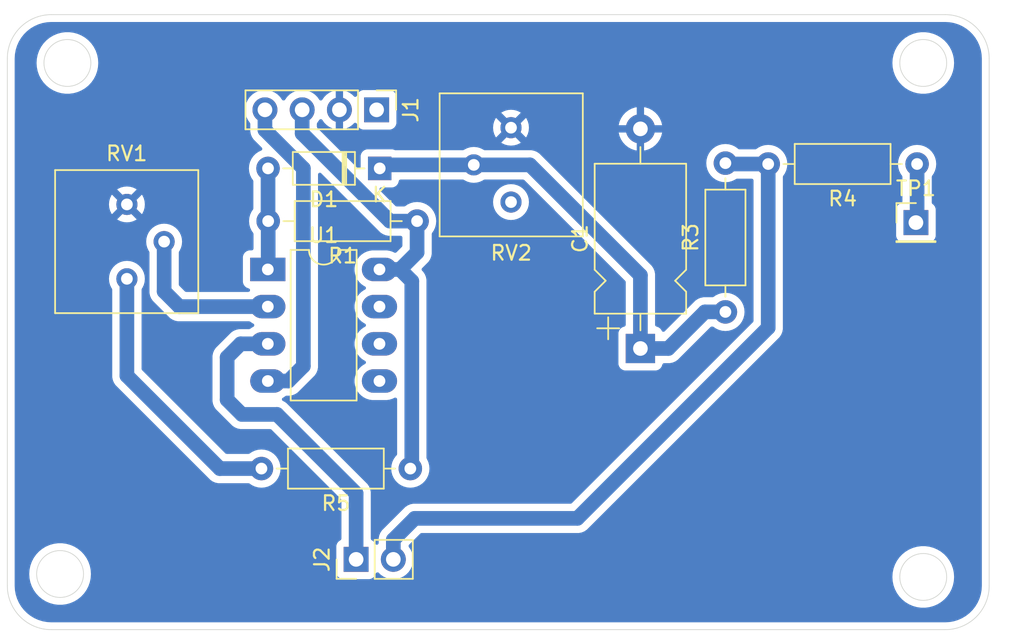
<source format=kicad_pcb>
(kicad_pcb (version 20240108) (generator "pcbnew") (generator_version "8.0")
  (layers (0 "F.Cu" signal) (31 "B.Cu" signal) (34 "B.Paste" user) (35 "F.Paste" user) (36 "B.SilkS" user "B.Silkscreen") (37 "F.SilkS" user "F.Silkscreen") (38 "B.Mask" user) (39 "F.Mask" user) (44 "Edge.Cuts" user))
  (net 0 "")
  (net 1 "Net-(D1-K)")
  (net 2 "Net-(D1-A)")
  (net 3 "+12V")
  (net 4 "GND")
  (net 5 "-12V")
  (net 6 "Net-(R4-Pad1)")
  (net 8 "Squelch_Activate")
  (net 9 "Signal_IN")
  (net 10 "Net-(R5-Pad2)")
  (net 12 "Net-(U1A--)")
  (footprint "Resistor_THT:R_Axial_DIN0207_L6.3mm_D2.5mm_P10.16mm_Horizontal" (layer "F.Cu") (at 67.6 51 180)
    (property "Reference" "R5" (at 5.08 -2.37 180) (layer "F.SilkS"))
    (property "Value" "100k")
    (fp_line (start 9.12 0) (end 8.35 0) (stroke (width 0.12)) (layer "F.SilkS"))
    (fp_line (start 8.35 1.37) (end 8.35 -1.37) (stroke (width 0.12)) (layer "F.SilkS"))
    (fp_line (start 8.35 -1.37) (end 1.81 -1.37) (stroke (width 0.12)) (layer "F.SilkS"))
    (fp_line (start 1.81 1.37) (end 8.35 1.37) (stroke (width 0.12)) (layer "F.SilkS"))
    (fp_line (start 1.81 -1.37) (end 1.81 1.37) (stroke (width 0.12)) (layer "F.SilkS"))
    (fp_line (start 1.04 0) (end 1.81 0) (stroke (width 0.12)) (layer "F.SilkS"))
    (pad "1" thru_hole circle (at 0 0 180) (size 1.6 1.6) (drill 0.8) (layers "*.Cu" "*.Mask") (net 3 "+12V"))
    (pad "2" thru_hole oval (at 10.16 0 180) (size 1.6 1.6) (drill 0.8) (layers "*.Cu" "*.Mask") (net 10 "Net-(R5-Pad2)"))
  )
  (footprint "Potentiometer_THT:Potentiometer_Bourns_3386P_Vertical" (layer "F.Cu") (at 74.47 27.72 180)
    (property "Reference" "RV2" (at -0.015 -8.555 180) (layer "F.SilkS"))
    (property "Value" "R_Potentiometer")
    (fp_line (start 4.87 -7.425) (end 4.87 2.345) (stroke (width 0.12)) (layer "F.SilkS"))
    (fp_line (start -4.9 2.345) (end 4.87 2.345) (stroke (width 0.12)) (layer "F.SilkS"))
    (fp_line (start -4.9 -7.425) (end 4.87 -7.425) (stroke (width 0.12)) (layer "F.SilkS"))
    (fp_line (start -4.9 -7.425) (end -4.9 2.345) (stroke (width 0.12)) (layer "F.SilkS"))
    (pad "1" thru_hole circle (at 0 0 180) (size 1.44 1.44) (drill 0.8) (layers "*.Cu" "*.Mask") (net 4 "GND"))
    (pad "2" thru_hole circle (at 2.54 -2.54 180) (size 1.44 1.44) (drill 0.8) (layers "*.Cu" "*.Mask") (net 1 "Net-(D1-K)"))
    (pad "3" thru_hole circle (at 0 -5.08 180) (size 1.44 1.44) (drill 0.8) (layers "*.Cu" "*.Mask"))
  )
  (footprint "Resistor_THT:R_Axial_DIN0207_L6.3mm_D2.5mm_P10.16mm_Horizontal" (layer "F.Cu") (at 102.18 30.2 180)
    (property "Reference" "R4" (at 5.08 -2.37 180) (layer "F.SilkS"))
    (property "Value" "100")
    (fp_line (start 9.12 0) (end 8.35 0) (stroke (width 0.12)) (layer "F.SilkS"))
    (fp_line (start 8.35 1.37) (end 8.35 -1.37) (stroke (width 0.12)) (layer "F.SilkS"))
    (fp_line (start 8.35 -1.37) (end 1.81 -1.37) (stroke (width 0.12)) (layer "F.SilkS"))
    (fp_line (start 1.81 1.37) (end 8.35 1.37) (stroke (width 0.12)) (layer "F.SilkS"))
    (fp_line (start 1.81 -1.37) (end 1.81 1.37) (stroke (width 0.12)) (layer "F.SilkS"))
    (fp_line (start 1.04 0) (end 1.81 0) (stroke (width 0.12)) (layer "F.SilkS"))
    (pad "1" thru_hole circle (at 0 0 180) (size 1.6 1.6) (drill 0.8) (layers "*.Cu" "*.Mask") (net 6 "Net-(R4-Pad1)"))
    (pad "2" thru_hole oval (at 10.16 0 180) (size 1.6 1.6) (drill 0.8) (layers "*.Cu" "*.Mask") (net 8 "Squelch_Activate"))
  )
  (footprint "Resistor_THT:R_Axial_DIN0207_L6.3mm_D2.5mm_P10.16mm_Horizontal" (layer "F.Cu") (at 68.06 34.1 180)
    (property "Reference" "R1" (at 5.08 -2.37 180) (layer "F.SilkS"))
    (property "Value" "1k")
    (fp_line (start 9.12 0) (end 8.35 0) (stroke (width 0.12)) (layer "F.SilkS"))
    (fp_line (start 8.35 1.37) (end 8.35 -1.37) (stroke (width 0.12)) (layer "F.SilkS"))
    (fp_line (start 8.35 -1.37) (end 1.81 -1.37) (stroke (width 0.12)) (layer "F.SilkS"))
    (fp_line (start 1.81 1.37) (end 8.35 1.37) (stroke (width 0.12)) (layer "F.SilkS"))
    (fp_line (start 1.81 -1.37) (end 1.81 1.37) (stroke (width 0.12)) (layer "F.SilkS"))
    (fp_line (start 1.04 0) (end 1.81 0) (stroke (width 0.12)) (layer "F.SilkS"))
    (pad "1" thru_hole circle (at 0 0 180) (size 1.6 1.6) (drill 0.8) (layers "*.Cu" "*.Mask") (net 3 "+12V"))
    (pad "2" thru_hole oval (at 10.16 0 180) (size 1.6 1.6) (drill 0.8) (layers "*.Cu" "*.Mask") (net 2 "Net-(D1-A)"))
  )
  (footprint "Potentiometer_THT:Potentiometer_Bourns_3386P_Vertical" (layer "F.Cu") (at 48.26 38.04)
    (property "Reference" "RV1" (at -0.015 -8.555 0) (layer "F.SilkS"))
    (property "Value" "R_Potentiometer")
    (fp_line (start -4.9 -7.425) (end -4.9 2.345) (stroke (width 0.12)) (layer "F.SilkS"))
    (fp_line (start -4.9 -7.425) (end 4.87 -7.425) (stroke (width 0.12)) (layer "F.SilkS"))
    (fp_line (start -4.9 2.345) (end 4.87 2.345) (stroke (width 0.12)) (layer "F.SilkS"))
    (fp_line (start 4.87 -7.425) (end 4.87 2.345) (stroke (width 0.12)) (layer "F.SilkS"))
    (pad "1" thru_hole circle (at 0 0) (size 1.44 1.44) (drill 0.8) (layers "*.Cu" "*.Mask") (net 10 "Net-(R5-Pad2)"))
    (pad "2" thru_hole circle (at 2.54 -2.54) (size 1.44 1.44) (drill 0.8) (layers "*.Cu" "*.Mask") (net 12 "Net-(U1A--)"))
    (pad "3" thru_hole circle (at 0 -5.08) (size 1.44 1.44) (drill 0.8) (layers "*.Cu" "*.Mask") (net 4 "GND"))
  )
  (footprint "Connector_PinHeader_2.54mm:PinHeader_1x04_P2.54mm_Vertical" (layer "F.Cu") (at 65.3 26.5 -90)
    (property "Reference" "J1" (at 0 -2.33 90) (layer "F.SilkS"))
    (property "Value" "Conn_01x04")
    (fp_line (start -1.33 8.95) (end 1.33 8.95) (stroke (width 0.12)) (layer "F.SilkS"))
    (fp_line (start -1.33 1.27) (end -1.33 8.95) (stroke (width 0.12)) (layer "F.SilkS"))
    (fp_line (start -1.33 1.27) (end 1.33 1.27) (stroke (width 0.12)) (layer "F.SilkS"))
    (fp_line (start 1.33 1.27) (end 1.33 8.95) (stroke (width 0.12)) (layer "F.SilkS"))
    (fp_line (start -1.33 0) (end -1.33 -1.33) (stroke (width 0.12)) (layer "F.SilkS"))
    (fp_line (start -1.33 -1.33) (end 0 -1.33) (stroke (width 0.12)) (layer "F.SilkS"))
    (pad "1" thru_hole rect (at 0 0 270) (size 1.7 1.7) (drill 1) (layers "*.Cu" "*.Mask"))
    (pad "2" thru_hole oval (at 0 2.54 270) (size 1.7 1.7) (drill 1) (layers "*.Cu" "*.Mask") (net 4 "GND"))
    (pad "3" thru_hole oval (at 0 5.08 270) (size 1.7 1.7) (drill 1) (layers "*.Cu" "*.Mask") (net 3 "+12V"))
    (pad "4" thru_hole oval (at 0 7.62 270) (size 1.7 1.7) (drill 1) (layers "*.Cu" "*.Mask") (net 5 "-12V"))
  )
  (footprint "Capacitor_THT:CP_Axial_L10.0mm_D6.0mm_P15.00mm_Horizontal" (layer "F.Cu") (at 83.3 42.8 90)
    (property "Reference" "C1" (at 7.5 -4.12 270) (layer "F.SilkS"))
    (property "Value" "10u")
    (fp_line (start 12.62 -3.12) (end 12.62 3.12) (stroke (width 0.12)) (layer "F.SilkS"))
    (fp_line (start 5.38 -3.12) (end 12.62 -3.12) (stroke (width 0.12)) (layer "F.SilkS"))
    (fp_line (start 3.88 -3.12) (end 4.63 -2.37) (stroke (width 0.12)) (layer "F.SilkS"))
    (fp_line (start 2.38 -3.12) (end 3.88 -3.12) (stroke (width 0.12)) (layer "F.SilkS"))
    (fp_line (start 2.38 -3.12) (end 2.38 3.12) (stroke (width 0.12)) (layer "F.SilkS"))
    (fp_line (start 1.38 -2.95) (end 1.38 -1.45) (stroke (width 0.12)) (layer "F.SilkS"))
    (fp_line (start 4.63 -2.37) (end 5.38 -3.12) (stroke (width 0.12)) (layer "F.SilkS"))
    (fp_line (start 0.63 -2.2) (end 2.13 -2.2) (stroke (width 0.12)) (layer "F.SilkS"))
    (fp_line (start 13.76 0) (end 12.62 0) (stroke (width 0.12)) (layer "F.SilkS"))
    (fp_line (start 1.24 0) (end 2.38 0) (stroke (width 0.12)) (layer "F.SilkS"))
    (fp_line (start 4.63 2.37) (end 5.38 3.12) (stroke (width 0.12)) (layer "F.SilkS"))
    (fp_line (start 5.38 3.12) (end 12.62 3.12) (stroke (width 0.12)) (layer "F.SilkS"))
    (fp_line (start 3.88 3.12) (end 4.63 2.37) (stroke (width 0.12)) (layer "F.SilkS"))
    (fp_line (start 2.38 3.12) (end 3.88 3.12) (stroke (width 0.12)) (layer "F.SilkS"))
    (pad "1" thru_hole rect (at 0 0 90) (size 2 2) (drill 1) (layers "*.Cu" "*.Mask") (net 1 "Net-(D1-K)"))
    (pad "2" thru_hole oval (at 15 0 90) (size 2 2) (drill 1) (layers "*.Cu" "*.Mask") (net 4 "GND"))
  )
  (footprint "Connector_PinHeader_2.54mm:PinHeader_1x01_P2.54mm_Vertical" (layer "F.Cu") (at 102.1 34.2)
    (property "Reference" "TP1" (at 0 -2.33 0) (layer "F.SilkS"))
    (property "Value" "Bypass")
    (fp_line (start -1.33 -1.33) (end 0 -1.33) (stroke (width 0.12)) (layer "F.SilkS"))
    (fp_line (start -1.33 0) (end -1.33 -1.33) (stroke (width 0.12)) (layer "F.SilkS"))
    (fp_line (start -1.33 1.27) (end -1.33 1.33) (stroke (width 0.12)) (layer "F.SilkS"))
    (fp_line (start -1.33 1.27) (end 1.33 1.27) (stroke (width 0.12)) (layer "F.SilkS"))
    (fp_line (start -1.33 1.33) (end 1.33 1.33) (stroke (width 0.12)) (layer "F.SilkS"))
    (fp_line (start 1.33 1.27) (end 1.33 1.33) (stroke (width 0.12)) (layer "F.SilkS"))
    (pad "1" thru_hole rect (at 0 0) (size 1.7 1.7) (drill 1) (layers "*.Cu" "*.Mask") (net 6 "Net-(R4-Pad1)"))
  )
  (footprint "Package_DIP:DIP-8_W7.62mm_LongPads" (layer "F.Cu") (at 57.875 37.4)
    (property "Reference" "U1" (at 3.81 -2.33 0) (layer "F.SilkS"))
    (property "Value" "TL072")
    (fp_line (start 1.56 -1.33) (end 1.56 8.95) (stroke (width 0.12)) (layer "F.SilkS"))
    (fp_line (start 1.56 8.95) (end 6.06 8.95) (stroke (width 0.12)) (layer "F.SilkS"))
    (fp_line (start 2.81 -1.33) (end 1.56 -1.33) (stroke (width 0.12)) (layer "F.SilkS"))
    (fp_line (start 6.06 -1.33) (end 4.81 -1.33) (stroke (width 0.12)) (layer "F.SilkS"))
    (fp_line (start 6.06 8.95) (end 6.06 -1.33) (stroke (width 0.12)) (layer "F.SilkS"))
    (fp_arc (start 4.81 -1.33) (mid 3.81 -0.33) (end 2.81 -1.33) (stroke (width 0.12)) (layer "F.SilkS"))
    (pad "1" thru_hole rect (at 0 0) (size 2.4 1.6) (drill 0.8) (layers "*.Cu" "*.Mask") (net 2 "Net-(D1-A)"))
    (pad "2" thru_hole oval (at 0 2.54) (size 2.4 1.6) (drill 0.8) (layers "*.Cu" "*.Mask") (net 12 "Net-(U1A--)"))
    (pad "3" thru_hole oval (at 0 5.08) (size 2.4 1.6) (drill 0.8) (layers "*.Cu" "*.Mask") (net 9 "Signal_IN"))
    (pad "4" thru_hole oval (at 0 7.62) (size 2.4 1.6) (drill 0.8) (layers "*.Cu" "*.Mask") (net 5 "-12V"))
    (pad "5" thru_hole oval (at 7.62 7.62) (size 2.4 1.6) (drill 0.8) (layers "*.Cu" "*.Mask"))
    (pad "6" thru_hole oval (at 7.62 5.08) (size 2.4 1.6) (drill 0.8) (layers "*.Cu" "*.Mask"))
    (pad "7" thru_hole oval (at 7.62 2.54) (size 2.4 1.6) (drill 0.8) (layers "*.Cu" "*.Mask"))
    (pad "8" thru_hole oval (at 7.62 0) (size 2.4 1.6) (drill 0.8) (layers "*.Cu" "*.Mask") (net 3 "+12V"))
  )
  (footprint "Diode_THT:D_DO-35_SOD27_P7.62mm_Horizontal" (layer "F.Cu") (at 65.51 30.5 180)
    (property "Reference" "D1" (at 3.81 -2.12 180) (layer "F.SilkS"))
    (property "Value" "1N4148")
    (fp_line (start 6.58 0) (end 5.93 0) (stroke (width 0.12)) (layer "F.SilkS"))
    (fp_line (start 5.93 1.12) (end 5.93 -1.12) (stroke (width 0.12)) (layer "F.SilkS"))
    (fp_line (start 5.93 -1.12) (end 1.69 -1.12) (stroke (width 0.12)) (layer "F.SilkS"))
    (fp_line (start 2.53 -1.12) (end 2.53 1.12) (stroke (width 0.12)) (layer "F.SilkS"))
    (fp_line (start 2.41 -1.12) (end 2.41 1.12) (stroke (width 0.12)) (layer "F.SilkS"))
    (fp_line (start 2.29 -1.12) (end 2.29 1.12) (stroke (width 0.12)) (layer "F.SilkS"))
    (fp_line (start 1.69 1.12) (end 5.93 1.12) (stroke (width 0.12)) (layer "F.SilkS"))
    (fp_line (start 1.69 -1.12) (end 1.69 1.12) (stroke (width 0.12)) (layer "F.SilkS"))
    (fp_line (start 1.04 0) (end 1.69 0) (stroke (width 0.12)) (layer "F.SilkS"))
    (fp_text user "K" (at 0 -1.8 180) (layer "F.SilkS"))
    (pad "1" thru_hole rect (at 0 0 180) (size 1.6 1.6) (drill 0.8) (layers "*.Cu" "*.Mask") (net 1 "Net-(D1-K)"))
    (pad "2" thru_hole oval (at 7.62 0 180) (size 1.6 1.6) (drill 0.8) (layers "*.Cu" "*.Mask") (net 2 "Net-(D1-A)"))
  )
  (footprint "Connector_PinHeader_2.54mm:PinHeader_1x02_P2.54mm_Vertical" (layer "F.Cu") (at 63.9 57.2 90)
    (property "Reference" "J2" (at 0 -2.33 270) (layer "F.SilkS"))
    (property "Value" "Conn_01x02")
    (fp_line (start -1.33 -1.33) (end 0 -1.33) (stroke (width 0.12)) (layer "F.SilkS"))
    (fp_line (start -1.33 0) (end -1.33 -1.33) (stroke (width 0.12)) (layer "F.SilkS"))
    (fp_line (start 1.33 1.27) (end 1.33 3.87) (stroke (width 0.12)) (layer "F.SilkS"))
    (fp_line (start -1.33 1.27) (end 1.33 1.27) (stroke (width 0.12)) (layer "F.SilkS"))
    (fp_line (start -1.33 1.27) (end -1.33 3.87) (stroke (width 0.12)) (layer "F.SilkS"))
    (fp_line (start -1.33 3.87) (end 1.33 3.87) (stroke (width 0.12)) (layer "F.SilkS"))
    (pad "1" thru_hole rect (at 0 0 90) (size 1.7 1.7) (drill 1) (layers "*.Cu" "*.Mask") (net 9 "Signal_IN"))
    (pad "2" thru_hole oval (at 0 2.54 90) (size 1.7 1.7) (drill 1) (layers "*.Cu" "*.Mask") (net 8 "Squelch_Activate"))
  )
  (footprint "Resistor_THT:R_Axial_DIN0207_L6.3mm_D2.5mm_P10.16mm_Horizontal" (layer "F.Cu") (at 89.1 40.3 90)
    (property "Reference" "R3" (at 5.08 -2.37 270) (layer "F.SilkS"))
    (property "Value" "10k")
    (fp_line (start 8.35 -1.37) (end 1.81 -1.37) (stroke (width 0.12)) (layer "F.SilkS"))
    (fp_line (start 1.81 -1.37) (end 1.81 1.37) (stroke (width 0.12)) (layer "F.SilkS"))
    (fp_line (start 9.12 0) (end 8.35 0) (stroke (width 0.12)) (layer "F.SilkS"))
    (fp_line (start 1.04 0) (end 1.81 0) (stroke (width 0.12)) (layer "F.SilkS"))
    (fp_line (start 8.35 1.37) (end 8.35 -1.37) (stroke (width 0.12)) (layer "F.SilkS"))
    (fp_line (start 1.81 1.37) (end 8.35 1.37) (stroke (width 0.12)) (layer "F.SilkS"))
    (pad "1" thru_hole circle (at 0 0 90) (size 1.6 1.6) (drill 0.8) (layers "*.Cu" "*.Mask") (net 1 "Net-(D1-K)"))
    (pad "2" thru_hole oval (at 10.16 0 90) (size 1.6 1.6) (drill 0.8) (layers "*.Cu" "*.Mask") (net 8 "Squelch_Activate"))
  )
  (gr_circle (center 43.7 58.2) (end 43.7 59.8) (stroke (width 0.05)) (fill none) (layer "Edge.Cuts"))
  (gr_circle (center 102.6 23.3) (end 102.6 24.9) (stroke (width 0.05)) (fill none) (layer "Edge.Cuts"))
  (gr_line (start 107.1 23) (end 107.1 59) (stroke (width 0.05)) (layer "Edge.Cuts"))
  (gr_arc (start 43.1 62) (mid 40.97868 61.12132) (end 40.1 59) (stroke (width 0.05)) (layer "Edge.Cuts"))
  (gr_circle (center 44.2 23.3) (end 44.2 24.9) (stroke (width 0.05)) (fill none) (layer "Edge.Cuts"))
  (gr_line (start 43.1 20) (end 104.1 20) (stroke (width 0.05)) (layer "Edge.Cuts"))
  (gr_line (start 40.1 59) (end 40.1 23) (stroke (width 0.05)) (layer "Edge.Cuts"))
  (gr_circle (center 102.6 58.4) (end 102.6 60) (stroke (width 0.05)) (fill none) (layer "Edge.Cuts"))
  (gr_arc (start 107.1 59) (mid 106.22132 61.12132) (end 104.1 62) (stroke (width 0.05)) (layer "Edge.Cuts"))
  (gr_arc (start 40.1 23) (mid 40.97868 20.87868) (end 43.1 20) (stroke (width 0.05)) (layer "Edge.Cuts"))
  (gr_arc (start 104.1 20) (mid 106.22132 20.87868) (end 107.1 23) (stroke (width 0.05)) (layer "Edge.Cuts"))
  (gr_line (start 104.1 62) (end 43.1 62) (stroke (width 0.05)) (layer "Edge.Cuts"))
  (segment (start 71.93 30.26) (end 65.75 30.26) (width 1) (layer "B.Cu") (net 1))
  (segment (start 65.75 30.26) (end 65.51 30.5) (width 1) (layer "B.Cu") (net 1))
  (segment (start 75.76 30.26) (end 71.93 30.26) (width 1) (layer "B.Cu") (net 1))
  (segment (start 83.3 37.8) (end 75.76 30.26) (width 1) (layer "B.Cu") (net 1))
  (segment (start 83.3 42.8) (end 83.3 37.8) (width 1) (layer "B.Cu") (net 1))
  (segment (start 87.7 40.3) (end 85.2 42.8) (width 1) (layer "B.Cu") (net 1))
  (segment (start 89.1 40.3) (end 87.7 40.3) (width 1) (layer "B.Cu") (net 1))
  (segment (start 85.2 42.8) (end 83.3 42.8) (width 1) (layer "B.Cu") (net 1))
  (segment (start 57.89 34.09) (end 57.9 34.1) (width 1) (layer "B.Cu") (net 2))
  (segment (start 57.89 30.5) (end 57.89 34.09) (width 1) (layer "B.Cu") (net 2))
  (segment (start 57.9 34.1) (end 57.9 37.375) (width 1) (layer "B.Cu") (net 2))
  (segment (start 57.9 37.375) (end 57.875 37.4) (width 1) (layer "B.Cu") (net 2))
  (segment (start 65.495 37.4) (end 66.9 37.4) (width 1) (layer "B.Cu") (net 3))
  (segment (start 67.7 50.9) (end 67.7 38.2) (width 1) (layer "B.Cu") (net 3))
  (segment (start 66.2 34.1) (end 68.06 34.1) (width 1) (layer "B.Cu") (net 3))
  (segment (start 68.06 36.24) (end 68.06 34.1) (width 1) (layer "B.Cu") (net 3))
  (segment (start 66.9 37.4) (end 68.06 36.24) (width 1) (layer "B.Cu") (net 3))
  (segment (start 65.495 37.4) (end 65.6 37.4) (width 1) (layer "B.Cu") (net 3))
  (segment (start 60.22 26.5) (end 60.22 28.12) (width 1) (layer "B.Cu") (net 3))
  (segment (start 67.7 38.2) (end 66.9 37.4) (width 1) (layer "B.Cu") (net 3))
  (segment (start 60.22 28.12) (end 66.2 34.1) (width 1) (layer "B.Cu") (net 3))
  (segment (start 67.6 51) (end 67.7 50.9) (width 1) (layer "B.Cu") (net 3))
  (segment (start 60.3 30.5) (end 60.3 44) (width 1) (layer "B.Cu") (net 5))
  (segment (start 57.68 27.88) (end 60.3 30.5) (width 1) (layer "B.Cu") (net 5))
  (segment (start 59.28 45.02) (end 57.875 45.02) (width 1) (layer "B.Cu") (net 5))
  (segment (start 57.68 26.5) (end 57.68 27.88) (width 1) (layer "B.Cu") (net 5))
  (segment (start 60.3 44) (end 59.28 45.02) (width 1) (layer "B.Cu") (net 5))
  (segment (start 102.18 30.2) (end 102.18 34.12) (width 1) (layer "B.Cu") (net 6))
  (segment (start 102.18 34.12) (end 102.1 34.2) (width 0.4) (layer "B.Cu") (net 6))
  (segment (start 92.02 41.38) (end 92.02 30.2) (width 1) (layer "B.Cu") (net 8))
  (segment (start 89.16 30.2) (end 89.1 30.14) (width 0.4) (layer "B.Cu") (net 8))
  (segment (start 92.02 30.2) (end 89.16 30.2) (width 1) (layer "B.Cu") (net 8))
  (segment (start 79 54.4) (end 92.02 41.38) (width 1) (layer "B.Cu") (net 8))
  (segment (start 66.44 57.2) (end 66 56.76) (width 0.4) (layer "B.Cu") (net 8))
  (segment (start 66.44 55.86) (end 67.9 54.4) (width 1) (layer "B.Cu") (net 8))
  (segment (start 91.96 30.14) (end 92.02 30.2) (width 0.4) (layer "B.Cu") (net 8))
  (segment (start 66.44 57.2) (end 66.44 55.86) (width 1) (layer "B.Cu") (net 8))
  (segment (start 67.9 54.4) (end 79 54.4) (width 1) (layer "B.Cu") (net 8))
  (segment (start 55.1 46.3) (end 55.1 43.4) (width 1) (layer "B.Cu") (net 9))
  (segment (start 56.1 47.3) (end 55.1 46.3) (width 1) (layer "B.Cu") (net 9))
  (segment (start 58.5 47.3) (end 56.1 47.3) (width 1) (layer "B.Cu") (net 9))
  (segment (start 56.02 42.48) (end 57.875 42.48) (width 1) (layer "B.Cu") (net 9))
  (segment (start 63.9 57.2) (end 63.9 52.7) (width 1) (layer "B.Cu") (net 9))
  (segment (start 55.1 43.4) (end 56.02 42.48) (width 1) (layer "B.Cu") (net 9))
  (segment (start 63.9 52.7) (end 58.5 47.3) (width 1) (layer "B.Cu") (net 9))
  (segment (start 48.26 38.04) (end 48.26 44.66) (width 1) (layer "B.Cu") (net 10))
  (segment (start 54.6 51) (end 57.44 51) (width 1) (layer "B.Cu") (net 10))
  (segment (start 48.26 44.66) (end 54.6 51) (width 1) (layer "B.Cu") (net 10))
  (segment (start 50.8 38.9) (end 51.84 39.94) (width 1) (layer "B.Cu") (net 12))
  (segment (start 51.84 39.94) (end 57.875 39.94) (width 1) (layer "B.Cu") (net 12))
  (segment (start 50.8 35.5) (end 50.8 38.9) (width 1) (layer "B.Cu") (net 12))
  (zone (net 4) (net_name "GND") (layer "B.Cu") (connect_pads (clearance 0.5)) (min_thickness 0.25) (fill yes (thermal_gap 0.5) (thermal_bridge_width 0.5))
    (polygon (pts (xy 39.8 19.7) (xy 39.6 62) (xy 109.5 62.5) (xy 109.4 19.5) (xy 39.7 19) (xy 39.7 20.3)))
  )
)
</source>
